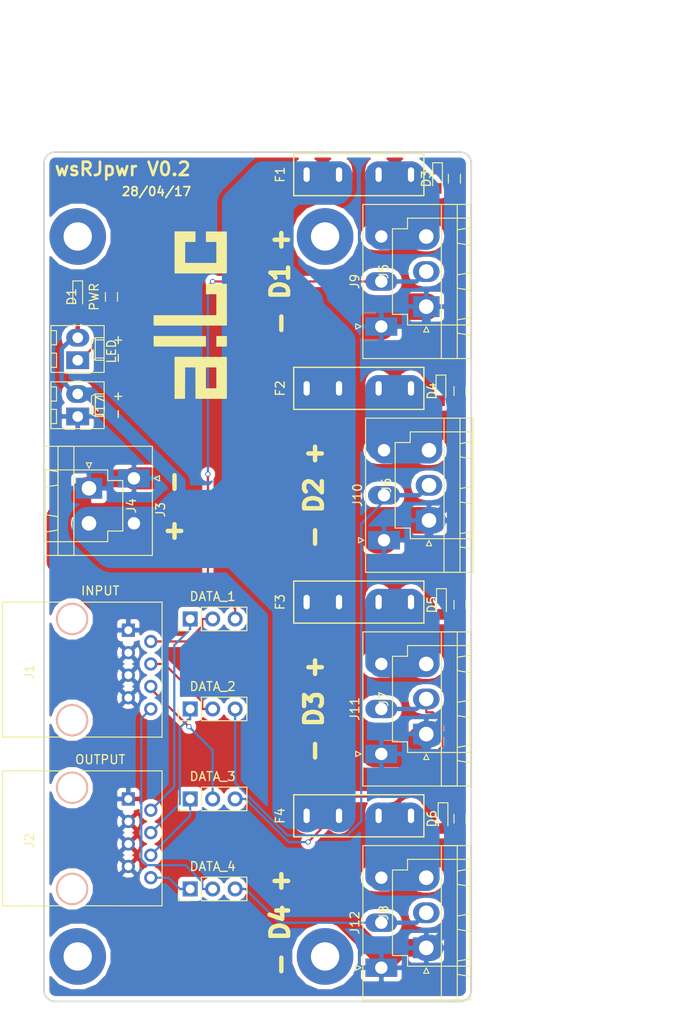
<source format=kicad_pcb>
(kicad_pcb (version 4) (host pcbnew 4.0.7-e2-6376~58~ubuntu16.04.1)
  (layers (0 F.Cu signal) (31 B.Cu signal) (34 B.Paste user) (35 F.Paste user) (36 B.SilkS user) (37 F.SilkS user) (38 B.Mask user) (39 F.Mask user) (44 Edge.Cuts user))
  (net 0 "")
  (net 1 GND)
  (net 2 VCC)
  (net 3 /VCC_1)
  (net 4 /VCC_2)
  (net 5 /VCC_3)
  (net 6 /VCC_4)
  (net 7 /DATA_1)
  (net 8 /DATA_2)
  (net 9 /DATA_3)
  (net 10 /DATA_4)
  (net 11 "Net-(D1-Pad1)")
  (net 12 "Net-(D3-Pad1)")
  (net 13 "Net-(D4-Pad1)")
  (net 14 "Net-(D5-Pad1)")
  (net 15 "Net-(D6-Pad1)")
  (net 16 "Net-(J1-Pad2)")
  (net 17 "Net-(J1-Pad4)")
  (net 18 "Net-(J1-Pad6)")
  (net 19 "Net-(J1-Pad8)")
  (net 20 "Net-(J2-Pad2)")
  (net 21 "Net-(J2-Pad4)")
  (net 22 "Net-(J19-Pad1)")
  (net 23 "Net-(J18-Pad1)")
  (module Connectors_JST:JST_VH_B3P-VH_3x3.96mm_Vertical (layer F.Cu) (at 120.65 73.96 90)
    (fp_text reference J5 (at 3.96 -4.8 90) (layer F.SilkS))
    (fp_text value DATA_1)
    (pad 1 thru_hole rect (at 0 0 90) (size 2.35 3) (drill 1.65) (layers *.Cu *.Mask) (net 1 GND))
    (pad 2 thru_hole oval (at 3.96 0 90) (size 2.35 3) (drill 1.65) (layers *.Cu *.Mask) (net 7 /DATA_1))
    (pad 3 thru_hole oval (at 7.92 0 90) (size 2.35 3) (drill 1.65) (layers *.Cu *.Mask) (net 3 /VCC_1))
  )
  (module Connectors_JST:JST_VH_B3P-VH_3x3.96mm_Vertical (layer F.Cu) (at 120.955 98.09 90)
    (fp_text reference J6 (at 3.96 -4.8 90) (layer F.SilkS))
    (fp_text value DATA_2)
    (pad 1 thru_hole rect (at 0 0 90) (size 2.35 3) (drill 1.65) (layers *.Cu *.Mask) (net 1 GND))
    (pad 2 thru_hole oval (at 3.96 0 90) (size 2.35 3) (drill 1.65) (layers *.Cu *.Mask) (net 8 /DATA_2))
    (pad 3 thru_hole oval (at 7.92 0 90) (size 2.35 3) (drill 1.65) (layers *.Cu *.Mask) (net 4 /VCC_2))
  )
  (module Connectors_JST:JST_VH_B3P-VH_3x3.96mm_Vertical (layer F.Cu) (at 120.65 122.22 90)
    (fp_text reference J7 (at 3.96 -4.8 90) (layer F.SilkS))
    (fp_text value DATA_3)
    (pad 1 thru_hole rect (at 0 0 90) (size 2.35 3) (drill 1.65) (layers *.Cu *.Mask) (net 1 GND))
    (pad 2 thru_hole oval (at 3.96 0 90) (size 2.35 3) (drill 1.65) (layers *.Cu *.Mask) (net 9 /DATA_3))
    (pad 3 thru_hole oval (at 7.92 0 90) (size 2.35 3) (drill 1.65) (layers *.Cu *.Mask) (net 5 /VCC_3))
  )
  (module Connectors_JST:JST_VH_B3P-VH_3x3.96mm_Vertical (layer F.Cu) (at 120.65 146.35 90)
    (fp_text reference J8 (at 3.96 -4.8 90) (layer F.SilkS))
    (fp_text value DATA_4)
    (pad 1 thru_hole rect (at 0 0 90) (size 2.35 3) (drill 1.65) (layers *.Cu *.Mask) (net 1 GND))
    (pad 2 thru_hole oval (at 3.96 0 90) (size 2.35 3) (drill 1.65) (layers *.Cu *.Mask) (net 10 /DATA_4))
    (pad 3 thru_hole oval (at 7.92 0 90) (size 2.35 3) (drill 1.65) (layers *.Cu *.Mask) (net 6 /VCC_4))
  )
  (module Connectors_Phoenix:PhoenixContact_MSTBA-G_03x5.08mm_Angled (layer F.Cu) (at 115.57 76.2 90)
    (fp_text reference J9 (at 5.08 -3 90) (layer F.SilkS))
    (fp_text value Conn_01x03)
    (pad 1 thru_hole rect (at 0 0 90) (size 2.08 3.6) (drill 1.4) (layers *.Cu *.Mask) (net 1 GND))
    (pad 2 thru_hole oval (at 5.08 0 90) (size 2.08 3.6) (drill 1.4) (layers *.Cu *.Mask) (net 7 /DATA_1))
    (pad 3 thru_hole oval (at 10.16 0 90) (size 2.08 3.6) (drill 1.4) (layers *.Cu *.Mask) (net 3 /VCC_1))
  )
  (module Connectors_Phoenix:PhoenixContact_MSTBA-G_03x5.08mm_Angled (layer F.Cu) (at 115.875 100.33 90)
    (fp_text reference J10 (at 5.08 -3 90) (layer F.SilkS))
    (fp_text value Conn_01x03)
    (pad 1 thru_hole rect (at 0 0 90) (size 2.08 3.6) (drill 1.4) (layers *.Cu *.Mask) (net 1 GND))
    (pad 2 thru_hole oval (at 5.08 0 90) (size 2.08 3.6) (drill 1.4) (layers *.Cu *.Mask) (net 8 /DATA_2))
    (pad 3 thru_hole oval (at 10.16 0 90) (size 2.08 3.6) (drill 1.4) (layers *.Cu *.Mask) (net 4 /VCC_2))
  )
  (module Connectors_Phoenix:PhoenixContact_MSTBA-G_03x5.08mm_Angled (layer F.Cu) (at 115.57 124.46 90)
    (fp_text reference J11 (at 5.08 -3 90) (layer F.SilkS))
    (fp_text value Conn_01x03)
    (pad 1 thru_hole rect (at 0 0 90) (size 2.08 3.6) (drill 1.4) (layers *.Cu *.Mask) (net 1 GND))
    (pad 2 thru_hole oval (at 5.08 0 90) (size 2.08 3.6) (drill 1.4) (layers *.Cu *.Mask) (net 9 /DATA_3))
    (pad 3 thru_hole oval (at 10.16 0 90) (size 2.08 3.6) (drill 1.4) (layers *.Cu *.Mask) (net 5 /VCC_3))
  )
  (module Connectors_Phoenix:PhoenixContact_MSTBA-G_03x5.08mm_Angled (layer F.Cu) (at 115.57 148.59 90)
    (fp_text reference J12 (at 5.08 -3 90) (layer F.SilkS))
    (fp_text value Conn_01x03)
    (pad 1 thru_hole rect (at 0 0 90) (size 2.08 3.6) (drill 1.4) (layers *.Cu *.Mask) (net 1 GND))
    (pad 2 thru_hole oval (at 5.08 0 90) (size 2.08 3.6) (drill 1.4) (layers *.Cu *.Mask) (net 10 /DATA_4))
    (pad 3 thru_hole oval (at 10.16 0 90) (size 2.08 3.6) (drill 1.4) (layers *.Cu *.Mask) (net 6 /VCC_4))
  )
  (module Connectors_JST:JST_VH_B2P-VH-B_2x3.96mm_Vertical (layer F.Cu) (at 82.55 94.465 270)
    (fp_text reference J4 (at 1.98 -4.8 270) (layer F.SilkS))
    (fp_text value DC_IN)
    (pad 1 thru_hole rect (at 0 0 270) (size 2.35 3) (drill 1.65) (layers *.Cu *.Mask) (net 1 GND))
    (pad 2 thru_hole oval (at 3.96 0 270) (size 2.35 3) (drill 1.65) (layers *.Cu *.Mask) (net 2 VCC))
  )
  (module Connectors_Phoenix:PhoenixContact_MSTBA-G_02x5.08mm_Angled (layer F.Cu) (at 87.63 93.345 270)
    (fp_text reference J3 (at 3.54 -3 270) (layer F.SilkS))
    (fp_text value DC_IN)
    (pad 1 thru_hole rect (at 0 0 270) (size 2.08 3.6) (drill 1.4) (layers *.Cu *.Mask) (net 1 GND))
    (pad 2 thru_hole oval (at 5.08 0 270) (size 2.08 3.6) (drill 1.4) (layers *.Cu *.Mask) (net 2 VCC))
  )
  (module robocut_footprint:MINI_FUSE_HOLDER (layer F.Cu) (at 113.03 59.055 180)
    (fp_text reference F1 (at 8.89 0 270) (layer F.SilkS))
    (fp_text value Fuse)
    (pad 1 thru_hole oval (at -5.895 0 180) (size 2 3) (drill oval 0.7 1.65) (layers *.Cu *.Mask) (net 3 /VCC_1))
    (pad 1 thru_hole oval (at -2.235 0 180) (size 2 3) (drill oval 0.7 1.65) (layers *.Cu *.Mask) (net 3 /VCC_1))
    (pad 2 thru_hole oval (at 2.235 0 180) (size 2 3) (drill oval 0.7 1.65) (layers *.Cu *.Mask) (net 2 VCC))
    (pad 2 thru_hole oval (at 5.895 0 180) (size 2 3) (drill oval 0.7 1.65) (layers *.Cu *.Mask) (net 2 VCC))
  )
  (module robocut_footprint:MINI_FUSE_HOLDER (layer F.Cu) (at 113.03 83.185 180)
    (fp_text reference F2 (at 8.89 0 270) (layer F.SilkS))
    (fp_text value Fuse)
    (pad 1 thru_hole oval (at -5.895 0 180) (size 2 3) (drill oval 0.7 1.65) (layers *.Cu *.Mask) (net 4 /VCC_2))
    (pad 1 thru_hole oval (at -2.235 0 180) (size 2 3) (drill oval 0.7 1.65) (layers *.Cu *.Mask) (net 4 /VCC_2))
    (pad 2 thru_hole oval (at 2.235 0 180) (size 2 3) (drill oval 0.7 1.65) (layers *.Cu *.Mask) (net 2 VCC))
    (pad 2 thru_hole oval (at 5.895 0 180) (size 2 3) (drill oval 0.7 1.65) (layers *.Cu *.Mask) (net 2 VCC))
  )
  (module robocut_footprint:MINI_FUSE_HOLDER (layer F.Cu) (at 113.03 107.315 180)
    (fp_text reference F3 (at 8.89 0 270) (layer F.SilkS))
    (fp_text value Fuse)
    (pad 1 thru_hole oval (at -5.895 0 180) (size 2 3) (drill oval 0.7 1.65) (layers *.Cu *.Mask) (net 5 /VCC_3))
    (pad 1 thru_hole oval (at -2.235 0 180) (size 2 3) (drill oval 0.7 1.65) (layers *.Cu *.Mask) (net 5 /VCC_3))
    (pad 2 thru_hole oval (at 2.235 0 180) (size 2 3) (drill oval 0.7 1.65) (layers *.Cu *.Mask) (net 2 VCC))
    (pad 2 thru_hole oval (at 5.895 0 180) (size 2 3) (drill oval 0.7 1.65) (layers *.Cu *.Mask) (net 2 VCC))
  )
  (module robocut_footprint:MINI_FUSE_HOLDER (layer F.Cu) (at 113.03 131.445 180)
    (fp_text reference F4 (at 8.89 0 270) (layer F.SilkS))
    (fp_text value Fuse)
    (pad 1 thru_hole oval (at -5.895 0 180) (size 2 3) (drill oval 0.7 1.65) (layers *.Cu *.Mask) (net 6 /VCC_4))
    (pad 1 thru_hole oval (at -2.235 0 180) (size 2 3) (drill oval 0.7 1.65) (layers *.Cu *.Mask) (net 6 /VCC_4))
    (pad 2 thru_hole oval (at 2.235 0 180) (size 2 3) (drill oval 0.7 1.65) (layers *.Cu *.Mask) (net 2 VCC))
    (pad 2 thru_hole oval (at 5.895 0 180) (size 2 3) (drill oval 0.7 1.65) (layers *.Cu *.Mask) (net 2 VCC))
  )
  (module Mounting_Holes:MountingHole_3.2mm_M3_Pad (layer F.Cu) (at 81.28 66.04)
    (fp_text reference J13)
    (fp_text value Conn_01x01)
    (pad 1 thru_hole circle (at 0 0) (size 6.4 6.4) (drill 3.2) (layers *.Cu *.Mask))
  )
  (module Mounting_Holes:MountingHole_3.2mm_M3_Pad (layer F.Cu) (at 81.28 147.32)
    (fp_text reference J14)
    (fp_text value Conn_01x01)
    (pad 1 thru_hole circle (at 0 0) (size 6.4 6.4) (drill 3.2) (layers *.Cu *.Mask))
  )
  (module Mounting_Holes:MountingHole_3.2mm_M3_Pad (layer F.Cu) (at 109.22 147.32)
    (fp_text reference J15)
    (fp_text value Conn_01x01)
    (pad 1 thru_hole circle (at 0 0) (size 6.4 6.4) (drill 3.2) (layers *.Cu *.Mask))
  )
  (module Mounting_Holes:MountingHole_3.2mm_M3_Pad (layer F.Cu) (at 109.22 66.04)
    (fp_text reference J16)
    (fp_text value Conn_01x01)
    (pad 1 thru_hole circle (at 0 0) (size 6.4 6.4) (drill 3.2) (layers *.Cu *.Mask))
  )
  (module LEDs:LED_0603_HandSoldering (layer F.Cu) (at 81.28 72.855 270)
    (fp_text reference D1 (at 0 0.68757 270) (layer F.SilkS))
    (fp_text value PWR (at 0 -1.85243 270) (layer F.SilkS))
    (pad 1 smd rect (at -1.1 0 270) (size 1.2 0.9) (layers F.Cu F.Paste F.Mask) (net 11 "Net-(D1-Pad1)"))
    (pad 2 smd rect (at 1.1 0 270) (size 1.2 0.9) (layers F.Cu F.Paste F.Mask) (net 2 VCC))
  )
  (module Connectors_Molex:Molex_KK-6410-02_02x2.54mm_Straight (layer F.Cu) (at 81.28 80.01 90)
    (fp_text reference LED (at 1 3.81 90) (layer F.SilkS))
    (fp_text value "- +" (at 1.27 4.5 90) (layer F.SilkS))
    (pad 1 thru_hole rect (at 0 0 90) (size 2 2.6) (drill 1.2) (layers *.Cu *.Mask) (net 11 "Net-(D1-Pad1)"))
    (pad 2 thru_hole oval (at 2.54 0 90) (size 2 2.6) (drill 1.2) (layers *.Cu *.Mask) (net 2 VCC))
  )
  (module Resistors_SMD:R_0603_HandSoldering (layer F.Cu) (at 85.09 72.855 270)
    (fp_text reference R1)
    (fp_text value R)
    (pad 1 smd rect (at -1.1 0 270) (size 1.2 0.9) (layers F.Cu F.Paste F.Mask) (net 11 "Net-(D1-Pad1)"))
    (pad 2 smd rect (at 1.1 0 270) (size 1.2 0.9) (layers F.Cu F.Paste F.Mask) (net 1 GND))
  )
  (module Connectors_Molex:Molex_KK-6410-02_02x2.54mm_Straight (layer F.Cu) (at 81.28 86.36 90)
    (fp_text reference J17 (at 1 2.54 90) (layer F.SilkS))
    (fp_text value "- +" (at 1.27 4.5 90) (layer F.SilkS))
    (pad 1 thru_hole rect (at 0 0 90) (size 2 2.6) (drill 1.2) (layers *.Cu *.Mask) (net 1 GND))
    (pad 2 thru_hole oval (at 2.54 0 90) (size 2 2.6) (drill 1.2) (layers *.Cu *.Mask) (net 2 VCC))
  )
  (module LEDs:LED_0603_HandSoldering (layer F.Cu) (at 121.92 59.52 270)
    (fp_text reference D3 (at 0 1.27 270) (layer F.SilkS))
    (fp_text value PWR_1)
    (pad 1 smd rect (at -1.1 0 270) (size 1.2 0.9) (layers F.Cu F.Paste F.Mask) (net 12 "Net-(D3-Pad1)"))
    (pad 2 smd rect (at 1.1 0 270) (size 1.2 0.9) (layers F.Cu F.Paste F.Mask) (net 3 /VCC_1))
  )
  (module LEDs:LED_0603_HandSoldering (layer F.Cu) (at 122.305 83.4849 270)
    (fp_text reference D4 (at 0 1.02 270) (layer F.SilkS))
    (fp_text value PWR_2)
    (pad 1 smd rect (at -1.1 0 270) (size 1.2 0.9) (layers F.Cu F.Paste F.Mask) (net 13 "Net-(D4-Pad1)"))
    (pad 2 smd rect (at 1.1 0 270) (size 1.2 0.9) (layers F.Cu F.Paste F.Mask) (net 4 /VCC_2))
  )
  (module LEDs:LED_0603_HandSoldering (layer F.Cu) (at 122.364 107.603 270)
    (fp_text reference D5 (at 0 1.079 270) (layer F.SilkS))
    (fp_text value PWR_3)
    (pad 1 smd rect (at -1.1 0 270) (size 1.2 0.9) (layers F.Cu F.Paste F.Mask) (net 14 "Net-(D5-Pad1)"))
    (pad 2 smd rect (at 1.1 0 270) (size 1.2 0.9) (layers F.Cu F.Paste F.Mask) (net 5 /VCC_3))
  )
  (module LEDs:LED_0603_HandSoldering (layer F.Cu) (at 122.542 131.772 270)
    (fp_text reference D6 (at 0 1.257 270) (layer F.SilkS))
    (fp_text value PWR_4)
    (pad 1 smd rect (at -1.1 0 270) (size 1.2 0.9) (layers F.Cu F.Paste F.Mask) (net 15 "Net-(D6-Pad1)"))
    (pad 2 smd rect (at 1.1 0 270) (size 1.2 0.9) (layers F.Cu F.Paste F.Mask) (net 6 /VCC_4))
  )
  (module Resistors_SMD:R_0603_HandSoldering (layer F.Cu) (at 123.825 59.52 270)
    (fp_text reference R2)
    (fp_text value R)
    (pad 1 smd rect (at -1.1 0 270) (size 1.2 0.9) (layers F.Cu F.Paste F.Mask) (net 12 "Net-(D3-Pad1)"))
    (pad 2 smd rect (at 1.1 0 270) (size 1.2 0.9) (layers F.Cu F.Paste F.Mask) (net 1 GND))
  )
  (module Resistors_SMD:R_0603_HandSoldering (layer F.Cu) (at 124.46 83.4849 270)
    (fp_text reference R3)
    (fp_text value R)
    (pad 1 smd rect (at -1.1 0 270) (size 1.2 0.9) (layers F.Cu F.Paste F.Mask) (net 13 "Net-(D4-Pad1)"))
    (pad 2 smd rect (at 1.1 0 270) (size 1.2 0.9) (layers F.Cu F.Paste F.Mask) (net 1 GND))
  )
  (module Resistors_SMD:R_0603_HandSoldering (layer F.Cu) (at 124.46 107.603 270)
    (fp_text reference R4)
    (fp_text value R)
    (pad 1 smd rect (at -1.1 0 270) (size 1.2 0.9) (layers F.Cu F.Paste F.Mask) (net 14 "Net-(D5-Pad1)"))
    (pad 2 smd rect (at 1.1 0 270) (size 1.2 0.9) (layers F.Cu F.Paste F.Mask) (net 1 GND))
  )
  (module Resistors_SMD:R_0603_HandSoldering (layer F.Cu) (at 124.46 131.772 270)
    (fp_text reference R5)
    (fp_text value R)
    (pad 1 smd rect (at -1.1 0 270) (size 1.2 0.9) (layers F.Cu F.Paste F.Mask) (net 15 "Net-(D6-Pad1)"))
    (pad 2 smd rect (at 1.1 0 270) (size 1.2 0.9) (layers F.Cu F.Paste F.Mask) (net 1 GND))
  )
  (module Socket_Strips:Socket_Strip_Straight_1x03_Pitch2.54mm (layer F.Cu) (at 93.98 139.7 90)
    (fp_text reference J18)
    (fp_text value DATA_4 (at 2.54 2.54 180) (layer F.SilkS))
    (pad 1 thru_hole rect (at 0 0 90) (size 1.7 1.7) (drill 1) (layers *.Cu *.Mask) (net 23 "Net-(J18-Pad1)"))
    (pad 2 thru_hole oval (at 0 2.54 90) (size 1.7 1.7) (drill 1) (layers *.Cu *.Mask) (net 19 "Net-(J1-Pad8)"))
    (pad 3 thru_hole oval (at 0 5.08 90) (size 1.7 1.7) (drill 1) (layers *.Cu *.Mask) (net 10 /DATA_4))
  )
  (module Socket_Strips:Socket_Strip_Straight_1x03_Pitch2.54mm (layer F.Cu) (at 93.98 129.54 90)
    (fp_text reference J19)
    (fp_text value DATA_3 (at 2.54 2.54 180) (layer F.SilkS))
    (pad 1 thru_hole rect (at 0 0 90) (size 1.7 1.7) (drill 1) (layers *.Cu *.Mask) (net 22 "Net-(J19-Pad1)"))
    (pad 2 thru_hole oval (at 0 2.54 90) (size 1.7 1.7) (drill 1) (layers *.Cu *.Mask) (net 18 "Net-(J1-Pad6)"))
    (pad 3 thru_hole oval (at 0 5.08 90) (size 1.7 1.7) (drill 1) (layers *.Cu *.Mask) (net 9 /DATA_3))
  )
  (module Socket_Strips:Socket_Strip_Straight_1x03_Pitch2.54mm (layer F.Cu) (at 93.98 119.38 90)
    (fp_text reference J20)
    (fp_text value DATA_2 (at 2.54 2.54 180) (layer F.SilkS))
    (pad 1 thru_hole rect (at 0 0 90) (size 1.7 1.7) (drill 1) (layers *.Cu *.Mask) (net 21 "Net-(J2-Pad4)"))
    (pad 2 thru_hole oval (at 0 2.54 90) (size 1.7 1.7) (drill 1) (layers *.Cu *.Mask) (net 17 "Net-(J1-Pad4)"))
    (pad 3 thru_hole oval (at 0 5.08 90) (size 1.7 1.7) (drill 1) (layers *.Cu *.Mask) (net 8 /DATA_2))
  )
  (module Socket_Strips:Socket_Strip_Straight_1x03_Pitch2.54mm (layer F.Cu) (at 93.98 109.22 90)
    (fp_text reference J21)
    (fp_text value DATA_1 (at 2.54 2.54 180) (layer F.SilkS))
    (pad 1 thru_hole rect (at 0 0 90) (size 1.7 1.7) (drill 1) (layers *.Cu *.Mask) (net 20 "Net-(J2-Pad2)"))
    (pad 2 thru_hole oval (at 0 2.54 90) (size 1.7 1.7) (drill 1) (layers *.Cu *.Mask) (net 16 "Net-(J1-Pad2)"))
    (pad 3 thru_hole oval (at 0 5.08 90) (size 1.7 1.7) (drill 1) (layers *.Cu *.Mask) (net 7 /DATA_1))
  )
  (module robocut_footprint:RJ45_8_54602-908LF (layer F.Cu) (at 86.995 110.49 270)
    (fp_text reference J1 (at 4.7 11.18 270) (layer F.SilkS))
    (fp_text value INPUT (at -4.445 3.175 360) (layer F.SilkS))
    (pad "" np_thru_hole circle (at 10.16 6.35 270) (size 3.65 3.65) (drill 3.2) (layers *.Cu *.SilkS *.Mask))
    (pad "" np_thru_hole circle (at -1.27 6.35 270) (size 3.65 3.65) (drill 3.2) (layers *.Cu *.SilkS *.Mask))
    (pad 1 thru_hole rect (at 0 0 270) (size 1.5 1.5) (drill 0.9) (layers *.Cu *.Mask) (net 1 GND))
    (pad 2 thru_hole circle (at 1.27 -2.54 270) (size 1.5 1.5) (drill 0.9) (layers *.Cu *.Mask) (net 16 "Net-(J1-Pad2)"))
    (pad 3 thru_hole circle (at 2.54 0 270) (size 1.5 1.5) (drill 0.9) (layers *.Cu *.Mask) (net 1 GND))
    (pad 4 thru_hole circle (at 3.81 -2.54 270) (size 1.5 1.5) (drill 0.9) (layers *.Cu *.Mask) (net 17 "Net-(J1-Pad4)"))
    (pad 5 thru_hole circle (at 5.08 0 270) (size 1.5 1.5) (drill 0.9) (layers *.Cu *.Mask) (net 1 GND))
    (pad 6 thru_hole circle (at 6.35 -2.54 270) (size 1.5 1.5) (drill 0.9) (layers *.Cu *.Mask) (net 18 "Net-(J1-Pad6)"))
    (pad 7 thru_hole circle (at 7.62 0 270) (size 1.5 1.5) (drill 0.9) (layers *.Cu *.Mask) (net 1 GND))
    (pad 8 thru_hole circle (at 8.89 -2.54 270) (size 1.5 1.5) (drill 0.9) (layers *.Cu *.Mask) (net 19 "Net-(J1-Pad8)"))
  )
  (module robocut_footprint:RJ45_8_54602-908LF (layer F.Cu) (at 86.995 129.54 270)
    (fp_text reference J2 (at 4.7 11.18 270) (layer F.SilkS))
    (fp_text value OUTPUT (at -4.445 3.175 360) (layer F.SilkS))
    (pad "" np_thru_hole circle (at 10.16 6.35 270) (size 3.65 3.65) (drill 3.2) (layers *.Cu *.SilkS *.Mask))
    (pad "" np_thru_hole circle (at -1.27 6.35 270) (size 3.65 3.65) (drill 3.2) (layers *.Cu *.SilkS *.Mask))
    (pad 1 thru_hole rect (at 0 0 270) (size 1.5 1.5) (drill 0.9) (layers *.Cu *.Mask) (net 1 GND))
    (pad 2 thru_hole circle (at 1.27 -2.54 270) (size 1.5 1.5) (drill 0.9) (layers *.Cu *.Mask) (net 20 "Net-(J2-Pad2)"))
    (pad 3 thru_hole circle (at 2.54 0 270) (size 1.5 1.5) (drill 0.9) (layers *.Cu *.Mask) (net 1 GND))
    (pad 4 thru_hole circle (at 3.81 -2.54 270) (size 1.5 1.5) (drill 0.9) (layers *.Cu *.Mask) (net 21 "Net-(J2-Pad4)"))
    (pad 5 thru_hole circle (at 5.08 0 270) (size 1.5 1.5) (drill 0.9) (layers *.Cu *.Mask) (net 1 GND))
    (pad 6 thru_hole circle (at 6.35 -2.54 270) (size 1.5 1.5) (drill 0.9) (layers *.Cu *.Mask) (net 22 "Net-(J19-Pad1)"))
    (pad 7 thru_hole circle (at 7.62 0 270) (size 1.5 1.5) (drill 0.9) (layers *.Cu *.Mask) (net 1 GND))
    (pad 8 thru_hole circle (at 8.89 -2.54 270) (size 1.5 1.5) (drill 0.9) (layers *.Cu *.Mask) (net 23 "Net-(J18-Pad1)"))
  )
  (module alc_kicad_library:alc_logo_21_5mm (layer F.Cu) (at 93.98 74.93 90)
    (fp_text reference G*** hide)
    (fp_text value LOGO hide)
  )
  (gr_text "+  -" (at 92.075 96.52 90) (layer F.SilkS) (effects (font (size 2 2) (thickness 0.5))))
  (gr_text "- D4 +" (at 104.14 143.51 90) (layer F.SilkS) (effects (font (size 2 2) (thickness 0.5))))
  (gr_text "- D3 +" (at 107.95 119.38 90) (layer F.SilkS) (effects (font (size 2 2) (thickness 0.5))))
  (gr_text "- D2 +" (at 107.95 95.25 90) (layer F.SilkS) (effects (font (size 2 2) (thickness 0.5))))
  (gr_text "- D1 +" (at 104.14 71.12 90) (layer F.SilkS) (effects (font (size 2 2) (thickness 0.5))))
  (gr_line (start 124.46 56.515) (end 78.74 56.515) (layer Edge.Cuts) (width 0.2))
  (gr_line (start 125.73 151.13) (end 125.73 57.785) (layer Edge.Cuts) (width 0.2))
  (gr_line (start 78.74 152.4) (end 124.46 152.4) (layer Edge.Cuts) (width 0.2))
  (gr_line (start 77.47 57.785) (end 77.47 151.13) (layer Edge.Cuts) (width 0.2))
  (gr_arc (start 124.46 151.13) (end 125.73 151.13) (angle 90) (layer Edge.Cuts) (width 0.2))
  (gr_arc (start 78.74 151.13) (end 78.74 152.4) (angle 90) (layer Edge.Cuts) (width 0.2))
  (gr_arc (start 78.74 57.785) (end 77.47 57.785) (angle 89.9) (layer Edge.Cuts) (width 0.2))
  (gr_arc (start 124.46 57.785) (end 124.46 56.515) (angle 90) (layer Edge.Cuts) (width 0.2))
  (gr_text 28/04/17 (at 90.17 60.96 360) (layer F.SilkS) (effects (font (size 1 1) (thickness 0.2))))
  (gr_text "wsRJpwr V0.2" (at 86.36 58.42 360) (layer F.SilkS) (effects (font (size 1.5 1.5) (thickness 0.3))))
  (segment (start 120.65 122.22) (end 120.65 124.395) (width 1) (layer B.Cu) (net 1))
  (segment (start 120.65 124.395) (end 123.15 126.895) (width 1) (layer B.Cu) (net 1))
  (segment (start 123.15 126.895) (end 123.15 144.175) (width 1) (layer B.Cu) (net 1))
  (segment (start 123.15 144.175) (end 120.975 146.35) (width 1) (layer B.Cu) (net 1))
  (segment (start 120.975 146.35) (end 120.65 146.35) (width 1) (layer B.Cu) (net 1))
  (segment (start 120.955 98.09) (end 120.955 100.265) (width 1) (layer B.Cu) (net 1))
  (segment (start 120.955 100.265) (end 123.15 102.46) (width 1) (layer B.Cu) (net 1))
  (segment (start 123.15 102.46) (end 123.15 120.045) (width 1) (layer B.Cu) (net 1))
  (segment (start 123.15 120.045) (end 120.975 122.22) (width 1) (layer B.Cu) (net 1))
  (segment (start 120.975 122.22) (end 120.65 122.22) (width 1) (layer B.Cu) (net 1))
  (segment (start 120.65 73.96) (end 120.65 76.135) (width 1) (layer B.Cu) (net 1))
  (segment (start 120.65 76.135) (end 123.455 78.94) (width 1) (layer B.Cu) (net 1))
  (segment (start 123.455 78.94) (end 123.455 95.915) (width 1) (layer B.Cu) (net 1))
  (segment (start 123.455 95.915) (end 121.28 98.09) (width 1) (layer B.Cu) (net 1))
  (segment (start 121.28 98.09) (end 120.955 98.09) (width 1) (layer B.Cu) (net 1))
  (segment (start 79.015991 102.743991) (end 84.455 108.183) (width 2.5) (layer F.Cu) (net 1))
  (segment (start 79.015991 97.674009) (end 79.015991 102.743991) (width 2.5) (layer F.Cu) (net 1))
  (segment (start 84.455 108.183) (end 84.455 123.825) (width 2.5) (layer F.Cu) (net 1))
  (segment (start 82.225 94.465) (end 79.015991 97.674009) (width 2.5) (layer F.Cu) (net 1))
  (segment (start 107.402 142.67) (end 109.102 140.97) (width 2.5) (layer F.Cu) (net 1))
  (segment (start 92.28 142.67) (end 107.402 142.67) (width 2.5) (layer F.Cu) (net 1))
  (segment (start 90.17 144.78) (end 92.28 142.67) (width 2.5) (layer F.Cu) (net 1))
  (segment (start 84.455 139.065) (end 90.17 144.78) (width 2.5) (layer F.Cu) (net 1))
  (segment (start 84.455 123.825) (end 84.455 139.065) (width 2.5) (layer F.Cu) (net 1))
  (segment (start 94.9617 90.3133) (end 103.531 90.3133) (width 2.5) (layer F.Cu) (net 1))
  (segment (start 91.93 93.345) (end 94.9617 90.3133) (width 2.5) (layer F.Cu) (net 1))
  (segment (start 87.63 93.345) (end 91.93 93.345) (width 2.5) (layer F.Cu) (net 1))
  (segment (start 104.031 135.899) (end 109.102 140.97) (width 2) (layer F.Cu) (net 1))
  (segment (start 104.031 129.604) (end 104.031 135.899) (width 2) (layer F.Cu) (net 1))
  (segment (start 109.175 124.46) (end 104.031 129.604) (width 2) (layer F.Cu) (net 1))
  (segment (start 114.81 124.46) (end 109.175 124.46) (width 2) (layer F.Cu) (net 1))
  (segment (start 104.364 114.014) (end 112.27 121.92) (width 3) (layer F.Cu) (net 1))
  (segment (start 104.364 105.163) (end 104.364 114.014) (width 3) (layer F.Cu) (net 1))
  (segment (start 111.437 98.09) (end 104.364 105.163) (width 3) (layer F.Cu) (net 1))
  (segment (start 112.875 98.09) (end 111.437 98.09) (width 3) (layer F.Cu) (net 1))
  (segment (start 82.55 94.465) (end 82.225 94.465) (width 2) (layer F.Cu) (net 1))
  (segment (start 112.27 121.92) (end 114.81 124.46) (width 3) (layer F.Cu) (net 1))
  (segment (start 111 123.19) (end 112.27 121.92) (width 2) (layer F.Cu) (net 1))
  (segment (start 83.67 93.345) (end 82.55 94.465) (width 2) (layer F.Cu) (net 1))
  (segment (start 87.63 93.345) (end 83.67 93.345) (width 2) (layer F.Cu) (net 1))
  (segment (start 117.81 146.35) (end 115.57 148.59) (width 2) (layer F.Cu) (net 1))
  (segment (start 120.65 146.35) (end 117.81 146.35) (width 2) (layer F.Cu) (net 1))
  (segment (start 118.41 124.46) (end 120.65 122.22) (width 3) (layer F.Cu) (net 1))
  (segment (start 115.57 124.46) (end 118.41 124.46) (width 3) (layer F.Cu) (net 1))
  (segment (start 114.81 124.46) (end 115.57 124.46) (width 3) (layer F.Cu) (net 1))
  (segment (start 117.81 73.96) (end 115.57 76.2) (width 3) (layer F.Cu) (net 1))
  (segment (start 120.65 73.96) (end 117.81 73.96) (width 3) (layer F.Cu) (net 1))
  (segment (start 121.081 146.35) (end 120.65 146.35) (width 3) (layer B.Cu) (net 1))
  (segment (start 121.081 122.22) (end 120.65 122.22) (width 3) (layer B.Cu) (net 1))
  (segment (start 121.386 98.09) (end 120.955 98.09) (width 3) (layer B.Cu) (net 1))
  (segment (start 115.115 100.33) (end 115.875 100.33) (width 3) (layer F.Cu) (net 1))
  (segment (start 112.875 98.09) (end 115.115 100.33) (width 3) (layer F.Cu) (net 1))
  (segment (start 115.57 124.46) (end 114.81 124.46) (width 2) (layer F.Cu) (net 1))
  (segment (start 115.57 147.438) (end 115.57 148.59) (width 2) (layer F.Cu) (net 1))
  (segment (start 109.102 140.97) (end 115.57 147.438) (width 2) (layer F.Cu) (net 1))
  (segment (start 120.955 98.09) (end 118.115 98.09) (width 3) (layer F.Cu) (net 1))
  (segment (start 118.115 98.09) (end 112.875 98.09) (width 3) (layer F.Cu) (net 1))
  (segment (start 120.955 98.09) (end 118.115 98.09) (width 3) (layer F.Cu) (net 1))
  (segment (start 118.115 98.09) (end 115.875 100.33) (width 3) (layer F.Cu) (net 1))
  (segment (start 111.437 98.09) (end 112.875 98.09) (width 3) (layer F.Cu) (net 1))
  (segment (start 103.531 81.6815) (end 103.531 90.3133) (width 3) (layer F.Cu) (net 1))
  (segment (start 109.012 76.2) (end 103.531 81.6815) (width 3) (layer F.Cu) (net 1))
  (segment (start 115.57 76.2) (end 109.012 76.2) (width 3) (layer F.Cu) (net 1))
  (segment (start 111.308 98.09) (end 111.437 98.09) (width 3) (layer F.Cu) (net 1))
  (segment (start 103.531 90.3133) (end 111.308 98.09) (width 3) (layer F.Cu) (net 1))
  (segment (start 110.365 123.825) (end 111 123.19) (width 2.5) (layer F.Cu) (net 1))
  (segment (start 84.455 123.825) (end 110.365 123.825) (width 2.5) (layer F.Cu) (net 1))
  (segment (start 97.79 95.885) (end 99.695 93.98) (width 3.75) (layer B.Cu) (net 2))
  (segment (start 99.695 93.98) (end 100.965 92.71) (width 3.75) (layer B.Cu) (net 2))
  (segment (start 99.06 76.835) (end 99.06 93.345) (width 3) (layer B.Cu) (net 2))
  (segment (start 99.06 93.345) (end 99.695 93.98) (width 3) (layer B.Cu) (net 2))
  (segment (start 97.79 96.52) (end 100.965 96.52) (width 3.75) (layer B.Cu) (net 2))
  (segment (start 92.71 96.52) (end 97.79 96.52) (width 3.75) (layer B.Cu) (net 2))
  (segment (start 100.965 92.71) (end 100.965 96.52) (width 3.75) (layer B.Cu) (net 2))
  (segment (start 100.965 80.645) (end 100.965 92.71) (width 3.75) (layer B.Cu) (net 2))
  (segment (start 97.79 96.52) (end 97.79 95.885) (width 3.75) (layer B.Cu) (net 2))
  (segment (start 102.87 94.615) (end 100.965 96.52) (width 3.75) (layer B.Cu) (net 2))
  (segment (start 102.87 82.55) (end 102.87 94.615) (width 3.75) (layer B.Cu) (net 2))
  (segment (start 100.965 80.645) (end 102.87 82.55) (width 3.75) (layer B.Cu) (net 2))
  (segment (start 100.965 78.74) (end 104.775 82.55) (width 3) (layer B.Cu) (net 2))
  (segment (start 100.965 78.74) (end 100.965 80.645) (width 3.75) (layer B.Cu) (net 2))
  (segment (start 80.98 83.82) (end 81.28 83.82) (width 0.5) (layer B.Cu) (net 2))
  (segment (start 79.48 82.32) (end 80.98 83.82) (width 0.5) (layer B.Cu) (net 2))
  (segment (start 79.48 78.7) (end 79.48 82.32) (width 0.5) (layer B.Cu) (net 2))
  (segment (start 80.71 77.47) (end 79.48 78.7) (width 0.5) (layer B.Cu) (net 2))
  (segment (start 81.28 77.47) (end 80.71 77.47) (width 0.5) (layer B.Cu) (net 2))
  (segment (start 81.28 77.47) (end 81.28 73.955) (width 0.5) (layer F.Cu) (net 2))
  (segment (start 92.71 93.78) (end 92.71 96.52) (width 1.5) (layer B.Cu) (net 2))
  (segment (start 82.75 83.82) (end 92.71 93.78) (width 1.5) (layer B.Cu) (net 2))
  (segment (start 81.28 83.82) (end 82.75 83.82) (width 1.5) (layer B.Cu) (net 2))
  (segment (start 104.775 93.05) (end 104.775 92.71) (width 3.75) (layer B.Cu) (net 2))
  (segment (start 101.305 96.52) (end 104.775 93.05) (width 3.75) (layer B.Cu) (net 2))
  (segment (start 100.965 96.52) (end 101.305 96.52) (width 3.75) (layer B.Cu) (net 2))
  (segment (start 99.06 76.835) (end 100.965 78.74) (width 3) (layer B.Cu) (net 2))
  (segment (start 99.06 62.23) (end 99.06 76.835) (width 3) (layer B.Cu) (net 2))
  (segment (start 101.6 59.69) (end 99.06 62.23) (width 3) (layer B.Cu) (net 2))
  (segment (start 110.49 60.96) (end 105.59 60.96) (width 3) (layer B.Cu) (net 2))
  (segment (start 110.795 60.655) (end 110.49 60.96) (width 3) (layer B.Cu) (net 2))
  (segment (start 110.795 59.055) (end 110.795 60.655) (width 3) (layer B.Cu) (net 2))
  (segment (start 102.87 59.32) (end 102.87 60.96) (width 3) (layer B.Cu) (net 2))
  (segment (start 103.135 59.055) (end 102.87 59.32) (width 3) (layer B.Cu) (net 2))
  (segment (start 99.06 98.425) (end 100.965 96.52) (width 3.75) (layer B.Cu) (net 2))
  (segment (start 87.63 98.425) (end 90.805 98.425) (width 3.75) (layer B.Cu) (net 2))
  (segment (start 99.06 101.6) (end 104.775 107.315) (width 3.75) (layer B.Cu) (net 2))
  (segment (start 102.87 101.6) (end 99.06 101.6) (width 3.75) (layer B.Cu) (net 2))
  (segment (start 82.55 99.06) (end 82.55 98.425) (width 3.75) (layer B.Cu) (net 2))
  (segment (start 85.09 101.6) (end 82.55 99.06) (width 3.75) (layer B.Cu) (net 2))
  (segment (start 97.79 101.6) (end 85.09 101.6) (width 3.75) (layer B.Cu) (net 2))
  (segment (start 104.775 99.06) (end 104.775 107.315) (width 3) (layer B.Cu) (net 2))
  (segment (start 104.14 98.425) (end 104.775 99.06) (width 3.75) (layer B.Cu) (net 2))
  (segment (start 99.06 98.425) (end 104.14 98.425) (width 3.75) (layer B.Cu) (net 2))
  (segment (start 82.55 98.425) (end 87.63 98.425) (width 3.75) (layer B.Cu) (net 2))
  (segment (start 107.155 73.5) (end 104.32 70.665) (width 3.75) (layer B.Cu) (net 2))
  (segment (start 107.155 74.295) (end 107.155 73.5) (width 3.75) (layer B.Cu) (net 2))
  (segment (start 110.795 77.935) (end 107.155 74.295) (width 3.75) (layer B.Cu) (net 2))
  (segment (start 110.795 82.345) (end 110.795 77.935) (width 3.75) (layer B.Cu) (net 2))
  (segment (start 110.795 82.345) (end 107.135 78.685) (width 3.75) (layer B.Cu) (net 2))
  (segment (start 110.795 83.185) (end 110.795 82.345) (width 3.75) (layer B.Cu) (net 2))
  (segment (start 110.795 107.315) (end 110.795 83.185) (width 3.75) (layer B.Cu) (net 2))
  (segment (start 110.795 131.445) (end 110.795 107.315) (width 3.75) (layer B.Cu) (net 2))
  (segment (start 107.135 107.315) (end 107.135 131.445) (width 3.75) (layer B.Cu) (net 2))
  (segment (start 107.135 83.185) (end 107.135 107.315) (width 3.75) (layer B.Cu) (net 2))
  (segment (start 110.795 83.185) (end 107.135 83.185) (width 3) (layer B.Cu) (net 2))
  (segment (start 106.795 83.185) (end 104.775 81.165) (width 3) (layer B.Cu) (net 2))
  (segment (start 107.135 83.185) (end 106.795 83.185) (width 3) (layer B.Cu) (net 2))
  (segment (start 105.41 131.445) (end 107.135 131.445) (width 3) (layer B.Cu) (net 2))
  (segment (start 104.775 130.81) (end 105.41 131.445) (width 3) (layer B.Cu) (net 2))
  (segment (start 104.775 107.315) (end 104.775 130.81) (width 3) (layer B.Cu) (net 2))
  (segment (start 107.135 131.445) (end 110.795 131.445) (width 3) (layer B.Cu) (net 2))
  (segment (start 102.235 59.055) (end 101.6 59.69) (width 3) (layer B.Cu) (net 2))
  (segment (start 104.775 80.01) (end 104.775 81.165) (width 3) (layer B.Cu) (net 2))
  (segment (start 101.6 76.835) (end 104.775 80.01) (width 3) (layer B.Cu) (net 2))
  (segment (start 101.6 59.69) (end 101.6 76.835) (width 3) (layer B.Cu) (net 2))
  (segment (start 107.135 78.685) (end 107.135 83.185) (width 3) (layer B.Cu) (net 2))
  (segment (start 104.32 70.485) (end 104.32 70.665) (width 3) (layer B.Cu) (net 2))
  (segment (start 104.166 70.331) (end 104.32 70.485) (width 3) (layer B.Cu) (net 2))
  (segment (start 104.166 62.384) (end 104.166 70.331) (width 3) (layer B.Cu) (net 2))
  (segment (start 104.32 62.23) (end 104.166 62.384) (width 3) (layer B.Cu) (net 2))
  (segment (start 104.32 75.87) (end 107.135 78.685) (width 3) (layer B.Cu) (net 2))
  (segment (start 104.32 70.665) (end 104.32 75.87) (width 3) (layer B.Cu) (net 2))
  (segment (start 90.805 98.425) (end 92.71 96.52) (width 3.75) (layer B.Cu) (net 2))
  (segment (start 107.135 59.415) (end 105.59 60.96) (width 3) (layer B.Cu) (net 2))
  (segment (start 107.135 59.055) (end 107.135 59.415) (width 3) (layer B.Cu) (net 2))
  (segment (start 105.59 60.96) (end 104.32 62.23) (width 3) (layer B.Cu) (net 2))
  (segment (start 104.775 81.165) (end 104.775 82.55) (width 3) (layer B.Cu) (net 2))
  (segment (start 104.775 82.55) (end 104.775 92.71) (width 3) (layer B.Cu) (net 2))
  (segment (start 105.59 60.96) (end 104.32 62.23) (width 3) (layer B.Cu) (net 2))
  (segment (start 110.795 59.055) (end 107.135 59.055) (width 3) (layer B.Cu) (net 2))
  (segment (start 107.135 59.055) (end 103.135 59.055) (width 3) (layer B.Cu) (net 2))
  (segment (start 87.63 98.425) (end 90.805 98.425) (width 3.75) (layer B.Cu) (net 2))
  (segment (start 90.805 98.425) (end 99.06 98.425) (width 3.75) (layer B.Cu) (net 2))
  (segment (start 104.775 92.71) (end 104.775 93.05) (width 3) (layer B.Cu) (net 2))
  (segment (start 104.775 93.05) (end 104.775 99.06) (width 3) (layer B.Cu) (net 2))
  (segment (start 102.235 59.055) (end 101.6 59.69) (width 3) (layer B.Cu) (net 2))
  (segment (start 110.795 107.315) (end 107.135 107.315) (width 3) (layer B.Cu) (net 2))
  (segment (start 107.135 107.315) (end 104.775 107.315) (width 3) (layer B.Cu) (net 2))
  (segment (start 110.795 83.185) (end 110.795 82.345) (width 3.75) (layer B.Cu) (net 2))
  (segment (start 100.965 96.52) (end 99.06 98.425) (width 3.75) (layer B.Cu) (net 2))
  (segment (start 107.135 59.055) (end 103.135 59.055) (width 3) (layer B.Cu) (net 2))
  (segment (start 103.135 59.055) (end 102.235 59.055) (width 3) (layer B.Cu) (net 2))
  (segment (start 120.49 60.62) (end 118.925 59.055) (width 0.5) (layer F.Cu) (net 3))
  (segment (start 121.92 60.62) (end 120.49 60.62) (width 0.5) (layer F.Cu) (net 3))
  (segment (start 118.925 59.055) (end 115.265 59.055) (width 3) (layer B.Cu) (net 3))
  (segment (start 120.65 60.78) (end 118.925 59.055) (width 3) (layer B.Cu) (net 3))
  (segment (start 120.65 66.04) (end 120.65 60.78) (width 3) (layer B.Cu) (net 3))
  (segment (start 115.57 66.04) (end 120.65 66.04) (width 3) (layer B.Cu) (net 3))
  (segment (start 115.265 59.055) (end 115.265 60.655) (width 3) (layer B.Cu) (net 3))
  (segment (start 115.265 59.055) (end 115.265 60.655) (width 3) (layer B.Cu) (net 3))
  (segment (start 115.265 65.735) (end 115.57 66.04) (width 3) (layer B.Cu) (net 3))
  (segment (start 115.265 60.655) (end 115.265 65.735) (width 3) (layer B.Cu) (net 3))
  (segment (start 115.975 61.595) (end 116.205 61.595) (width 3) (layer B.Cu) (net 3))
  (segment (start 115.57 62) (end 115.975 61.595) (width 3) (layer B.Cu) (net 3))
  (segment (start 115.57 66.04) (end 115.57 62) (width 3) (layer B.Cu) (net 3))
  (segment (start 116.205 61.595) (end 118.745 61.595) (width 3) (layer B.Cu) (net 3))
  (segment (start 115.265 60.655) (end 116.205 61.595) (width 3) (layer B.Cu) (net 3))
  (segment (start 116.205 61.595) (end 120.65 66.04) (width 3) (layer B.Cu) (net 3))
  (segment (start 120.325 84.5849) (end 118.925 83.185) (width 0.5) (layer F.Cu) (net 4))
  (segment (start 122.305 84.5849) (end 120.325 84.5849) (width 0.5) (layer F.Cu) (net 4))
  (segment (start 116.28 85.725) (end 116.51 85.725) (width 3) (layer B.Cu) (net 4))
  (segment (start 115.875 86.13) (end 116.28 85.725) (width 3) (layer B.Cu) (net 4))
  (segment (start 115.875 90.17) (end 115.875 86.13) (width 3) (layer B.Cu) (net 4))
  (segment (start 118.925 83.185) (end 115.265 83.185) (width 3) (layer B.Cu) (net 4))
  (segment (start 120.955 85.215) (end 118.925 83.185) (width 3) (layer B.Cu) (net 4))
  (segment (start 120.955 90.17) (end 120.955 85.215) (width 3) (layer B.Cu) (net 4))
  (segment (start 115.875 90.17) (end 120.955 90.17) (width 3) (layer B.Cu) (net 4))
  (segment (start 115.265 89.56) (end 115.875 90.17) (width 3) (layer B.Cu) (net 4))
  (segment (start 115.265 84.48) (end 115.265 89.56) (width 3) (layer B.Cu) (net 4))
  (segment (start 116.51 85.725) (end 119.38 85.725) (width 3) (layer B.Cu) (net 4))
  (segment (start 115.265 84.48) (end 116.51 85.725) (width 3) (layer B.Cu) (net 4))
  (segment (start 115.265 83.185) (end 115.265 84.48) (width 3) (layer B.Cu) (net 4))
  (segment (start 116.51 85.725) (end 120.955 90.17) (width 3) (layer B.Cu) (net 4))
  (segment (start 115.265 83.185) (end 115.265 84.48) (width 3) (layer B.Cu) (net 4))
  (segment (start 120.313 108.703) (end 118.925 107.315) (width 0.5) (layer F.Cu) (net 5))
  (segment (start 122.364 108.703) (end 120.313 108.703) (width 0.5) (layer F.Cu) (net 5))
  (segment (start 118.925 107.315) (end 115.265 107.315) (width 3) (layer B.Cu) (net 5))
  (segment (start 120.65 109.04) (end 118.925 107.315) (width 3) (layer B.Cu) (net 5))
  (segment (start 120.65 114.3) (end 120.65 109.04) (width 3) (layer B.Cu) (net 5))
  (segment (start 115.57 114.3) (end 120.65 114.3) (width 3) (layer B.Cu) (net 5))
  (segment (start 115.265 107.315) (end 115.265 108.915) (width 3) (layer B.Cu) (net 5))
  (segment (start 115.265 107.315) (end 115.265 108.915) (width 3) (layer B.Cu) (net 5))
  (segment (start 115.265 113.995) (end 115.57 114.3) (width 3) (layer B.Cu) (net 5))
  (segment (start 115.265 108.915) (end 115.265 113.995) (width 3) (layer B.Cu) (net 5))
  (segment (start 115.975 109.855) (end 116.205 109.855) (width 3) (layer B.Cu) (net 5))
  (segment (start 115.57 110.26) (end 115.975 109.855) (width 3) (layer B.Cu) (net 5))
  (segment (start 115.57 114.3) (end 115.57 110.26) (width 3) (layer B.Cu) (net 5))
  (segment (start 116.205 109.855) (end 118.745 109.855) (width 3) (layer B.Cu) (net 5))
  (segment (start 115.265 108.915) (end 116.205 109.855) (width 3) (layer B.Cu) (net 5))
  (segment (start 116.205 109.855) (end 120.65 114.3) (width 3) (layer B.Cu) (net 5))
  (segment (start 120.352 132.872) (end 118.925 131.445) (width 0.5) (layer F.Cu) (net 6))
  (segment (start 122.542 132.872) (end 120.352 132.872) (width 0.5) (layer F.Cu) (net 6))
  (segment (start 118.925 131.445) (end 115.265 131.445) (width 3) (layer B.Cu) (net 6))
  (segment (start 120.65 133.17) (end 118.925 131.445) (width 3) (layer B.Cu) (net 6))
  (segment (start 120.65 138.43) (end 120.65 133.17) (width 3) (layer B.Cu) (net 6))
  (segment (start 115.57 138.43) (end 120.65 138.43) (width 3) (layer B.Cu) (net 6))
  (segment (start 115.265 131.445) (end 115.265 133.045) (width 3) (layer B.Cu) (net 6))
  (segment (start 115.265 131.445) (end 115.265 133.045) (width 3) (layer B.Cu) (net 6))
  (segment (start 115.265 138.125) (end 115.57 138.43) (width 3) (layer B.Cu) (net 6))
  (segment (start 115.265 133.045) (end 115.265 138.125) (width 3) (layer B.Cu) (net 6))
  (segment (start 115.975 133.985) (end 116.205 133.985) (width 3) (layer B.Cu) (net 6))
  (segment (start 115.57 134.39) (end 115.975 133.985) (width 3) (layer B.Cu) (net 6))
  (segment (start 115.57 138.43) (end 115.57 134.39) (width 3) (layer B.Cu) (net 6))
  (segment (start 116.205 133.985) (end 118.745 133.985) (width 3) (layer B.Cu) (net 6))
  (segment (start 115.265 133.045) (end 116.205 133.985) (width 3) (layer B.Cu) (net 6))
  (segment (start 116.205 133.985) (end 120.65 138.43) (width 3) (layer B.Cu) (net 6))
  (segment (start 96.52 71.12) (end 115.57 71.12) (width 0.25) (layer F.Cu) (net 7))
  (segment (start 95.9858 89.208) (end 95.9858 71.6542) (width 0.25) (layer B.Cu) (net 7))
  (segment (start 95.9858 71.6542) (end 96.52 71.12) (width 0.25) (layer B.Cu) (net 7))
  (via (at 96.52 71.12) (size 0.6) (drill 0.4) (layers F.Cu B.Cu) (net 7))
  (via (at 95.9858 92.8735) (size 0.6) (layers F.Cu B.Cu) (net 7))
  (segment (start 119.53 71.12) (end 120.65 70) (width 0.5) (layer B.Cu) (net 7))
  (segment (start 115.57 71.12) (end 119.53 71.12) (width 0.5) (layer B.Cu) (net 7))
  (segment (start 95.9858 89.208) (end 95.9858 92.8735) (width 0.25) (layer B.Cu) (net 7))
  (segment (start 95.9858 104.9705) (end 99.06 108.0447) (width 0.25) (layer F.Cu) (net 7))
  (segment (start 95.9858 92.8735) (end 95.9858 104.9705) (width 0.25) (layer F.Cu) (net 7))
  (segment (start 99.06 109.22) (end 99.06 108.0447) (width 0.25) (layer F.Cu) (net 7))
  (segment (start 115.875 95.25) (end 116.5519 95.25) (width 0.5) (layer B.Cu) (net 8))
  (segment (start 119.835 95.25) (end 120.955 94.13) (width 0.5) (layer B.Cu) (net 8))
  (segment (start 116.5519 95.25) (end 119.835 95.25) (width 0.5) (layer B.Cu) (net 8))
  (segment (start 99.06 127.7278) (end 99.06 119.38) (width 0.25) (layer B.Cu) (net 8))
  (segment (start 104.9877 133.6555) (end 99.06 127.7278) (width 0.25) (layer B.Cu) (net 8))
  (segment (start 111.7148 133.6555) (end 104.9877 133.6555) (width 0.25) (layer B.Cu) (net 8))
  (segment (start 113.3056 132.0647) (end 111.7148 133.6555) (width 0.25) (layer B.Cu) (net 8))
  (segment (start 113.3056 98.4963) (end 113.3056 132.0647) (width 0.25) (layer B.Cu) (net 8))
  (segment (start 116.5519 95.25) (end 113.3056 98.4963) (width 0.25) (layer B.Cu) (net 8))
  (via (at 107.3013 134.4051) (size 0.6) (layers F.Cu B.Cu) (net 9))
  (segment (start 119.53 119.38) (end 120.65 118.26) (width 0.5) (layer B.Cu) (net 9))
  (segment (start 115.57 119.38) (end 119.53 119.38) (width 0.5) (layer B.Cu) (net 9))
  (segment (start 108.965 132.7414) (end 107.3013 134.4051) (width 0.25) (layer F.Cu) (net 9))
  (segment (start 108.965 130.8869) (end 108.965 132.7414) (width 0.25) (layer F.Cu) (net 9))
  (segment (start 110.5762 129.2757) (end 108.965 130.8869) (width 0.25) (layer F.Cu) (net 9))
  (segment (start 116.7592 129.2757) (end 110.5762 129.2757) (width 0.25) (layer F.Cu) (net 9))
  (segment (start 122.4754 123.5595) (end 116.7592 129.2757) (width 0.25) (layer F.Cu) (net 9))
  (segment (start 122.4754 120.8356) (end 122.4754 123.5595) (width 0.25) (layer F.Cu) (net 9))
  (segment (start 121.4001 119.7603) (end 122.4754 120.8356) (width 0.25) (layer F.Cu) (net 9))
  (segment (start 120.65 119.7603) (end 121.4001 119.7603) (width 0.25) (layer F.Cu) (net 9))
  (segment (start 105.1004 134.4051) (end 100.2353 129.54) (width 0.25) (layer B.Cu) (net 9))
  (segment (start 107.3013 134.4051) (end 105.1004 134.4051) (width 0.25) (layer B.Cu) (net 9))
  (segment (start 120.65 118.26) (end 120.65 119.7603) (width 0.25) (layer F.Cu) (net 9))
  (segment (start 99.06 129.54) (end 100.2353 129.54) (width 0.25) (layer B.Cu) (net 9))
  (segment (start 119.53 143.51) (end 120.65 142.39) (width 0.5) (layer B.Cu) (net 10))
  (segment (start 115.57 143.51) (end 119.53 143.51) (width 0.5) (layer B.Cu) (net 10))
  (segment (start 104.0453 143.51) (end 100.2353 139.7) (width 0.25) (layer B.Cu) (net 10))
  (segment (start 115.57 143.51) (end 104.0453 143.51) (width 0.25) (layer B.Cu) (net 10))
  (segment (start 99.06 139.7) (end 100.2353 139.7) (width 0.25) (layer B.Cu) (net 10))
  (segment (start 83.82 77.77) (end 83.82 73.175) (width 0.25) (layer F.Cu) (net 11))
  (segment (start 83.82 73.175) (end 85.09 71.905) (width 0.25) (layer F.Cu) (net 11))
  (segment (start 85.09 71.905) (end 85.09 71.755) (width 0.25) (layer F.Cu) (net 11))
  (segment (start 81.28 80.01) (end 81.58 80.01) (width 0.25) (layer F.Cu) (net 11))
  (segment (start 81.58 80.01) (end 83.82 77.77) (width 0.25) (layer F.Cu) (net 11))
  (segment (start 85.09 71.755) (end 84.39 71.755) (width 0.25) (layer F.Cu) (net 11))
  (segment (start 84.39 71.755) (end 81.28 71.755) (width 0.25) (layer F.Cu) (net 11))
  (segment (start 81.28 80.01) (end 80.98 80.01) (width 0.5) (layer F.Cu) (net 11))
  (segment (start 121.92 58.42) (end 123.825 58.42) (width 0.5) (layer F.Cu) (net 12))
  (segment (start 122.305 82.3849) (end 124.46 82.3849) (width 0.5) (layer F.Cu) (net 13))
  (segment (start 122.364 106.503) (end 124.46 106.503) (width 0.5) (layer F.Cu) (net 14))
  (segment (start 122.542 130.672) (end 124.46 130.672) (width 0.5) (layer F.Cu) (net 15))
  (segment (start 95.3447 110.028) (end 95.3447 109.22) (width 0.25) (layer F.Cu) (net 16))
  (segment (start 93.6127 111.76) (end 95.3447 110.028) (width 0.25) (layer F.Cu) (net 16))
  (segment (start 89.535 111.76) (end 93.6127 111.76) (width 0.25) (layer F.Cu) (net 16))
  (segment (start 96.52 109.22) (end 95.3447 109.22) (width 0.25) (layer F.Cu) (net 16))
  (segment (start 95.3447 118.572) (end 95.3447 119.38) (width 0.25) (layer F.Cu) (net 17))
  (segment (start 91.0727 114.3) (end 95.3447 118.572) (width 0.25) (layer F.Cu) (net 17))
  (segment (start 89.535 114.3) (end 91.0727 114.3) (width 0.25) (layer F.Cu) (net 17))
  (segment (start 96.52 119.38) (end 95.3447 119.38) (width 0.25) (layer F.Cu) (net 17))
  (via (at 93.8394 121.3691) (size 0.6) (layers F.Cu B.Cu) (net 18))
  (segment (start 93.809 121.3691) (end 93.8394 121.3691) (width 0.25) (layer F.Cu) (net 18))
  (segment (start 89.535 117.0951) (end 93.809 121.3691) (width 0.25) (layer F.Cu) (net 18))
  (segment (start 89.535 116.84) (end 89.535 117.0951) (width 0.25) (layer F.Cu) (net 18))
  (segment (start 96.52 124.0497) (end 96.52 129.54) (width 0.25) (layer B.Cu) (net 18))
  (segment (start 93.8394 121.3691) (end 96.52 124.0497) (width 0.25) (layer B.Cu) (net 18))
  (segment (start 95.3447 138.892) (end 95.3447 139.7) (width 0.25) (layer B.Cu) (net 19))
  (segment (start 93.467 137.0143) (end 95.3447 138.892) (width 0.25) (layer B.Cu) (net 19))
  (segment (start 89.0955 137.0143) (end 93.467 137.0143) (width 0.25) (layer B.Cu) (net 19))
  (segment (start 88.4596 136.3784) (end 89.0955 137.0143) (width 0.25) (layer B.Cu) (net 19))
  (segment (start 88.4596 120.4554) (end 88.4596 136.3784) (width 0.25) (layer B.Cu) (net 19))
  (segment (start 89.535 119.38) (end 88.4596 120.4554) (width 0.25) (layer B.Cu) (net 19))
  (segment (start 96.52 139.7) (end 95.3447 139.7) (width 0.25) (layer B.Cu) (net 19))
  (segment (start 92.1871 112.1882) (end 93.98 110.3953) (width 0.25) (layer B.Cu) (net 20))
  (segment (start 92.1871 128.1579) (end 92.1871 112.1882) (width 0.25) (layer B.Cu) (net 20))
  (segment (start 89.535 130.81) (end 92.1871 128.1579) (width 0.25) (layer B.Cu) (net 20))
  (segment (start 93.98 109.22) (end 93.98 110.3953) (width 0.25) (layer B.Cu) (net 20))
  (segment (start 93.98 119.38) (end 93.98 120.5553) (width 0.25) (layer B.Cu) (net 21))
  (segment (start 92.8047 130.0803) (end 89.535 133.35) (width 0.25) (layer B.Cu) (net 21))
  (segment (start 92.8047 121.5195) (end 92.8047 130.0803) (width 0.25) (layer B.Cu) (net 21))
  (segment (start 93.7689 120.5553) (end 92.8047 121.5195) (width 0.25) (layer B.Cu) (net 21))
  (segment (start 93.98 120.5553) (end 93.7689 120.5553) (width 0.25) (layer B.Cu) (net 21))
  (segment (start 93.98 131.445) (end 93.98 129.54) (width 0.25) (layer B.Cu) (net 22))
  (segment (start 89.535 135.89) (end 93.98 131.445) (width 0.25) (layer B.Cu) (net 22))
  (segment (start 91.5347 138.43) (end 92.8047 139.7) (width 0.25) (layer B.Cu) (net 23))
  (segment (start 89.535 138.43) (end 91.5347 138.43) (width 0.25) (layer B.Cu) (net 23))
  (segment (start 93.98 139.7) (end 92.8047 139.7) (width 0.25) (layer B.Cu) (net 23))
  (zone (net 1) (net_name GND) (layer F.Cu) (connect_pads (clearance 0.508)) (min_thickness 0.254) (fill yes (arc_segments 16) (thermal_gap 0.508) (thermal_bridge_width 0.508))
    (polygon (pts (xy 129.54 53.34) (xy 129.54 154.94) (xy 73.66 154.94) (xy 73.66 53.34)))
  )
  (zone (net 1) (net_name GND) (layer B.Cu) (connect_pads (clearance 0.508)) (min_thickness 0.254) (fill yes (arc_segments 16) (thermal_gap 0.508) (thermal_bridge_width 0.508))
    (polygon (pts (xy 129.54 53.34) (xy 129.54 154.94) (xy 73.66 154.94) (xy 73.66 53.34)))
  )
)
</source>
